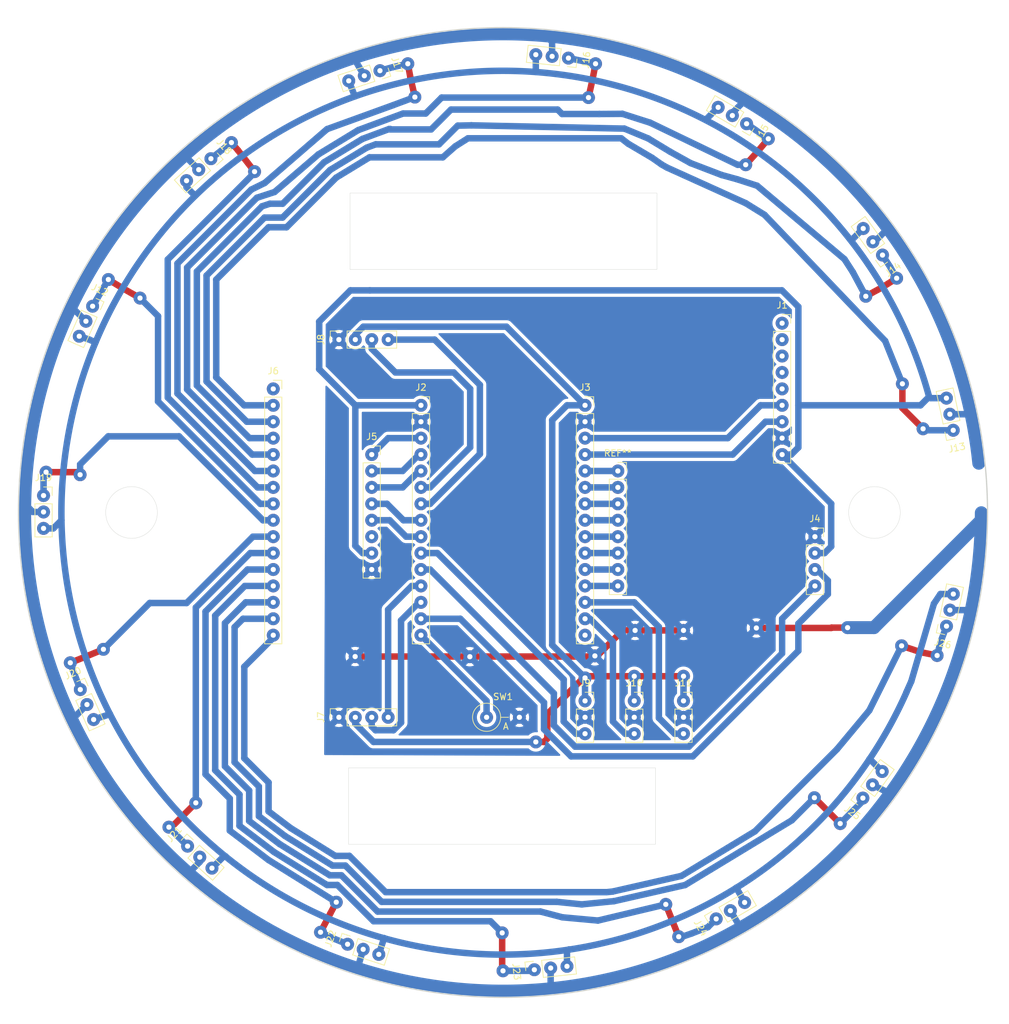
<source format=kicad_pcb>
(kicad_pcb (version 20241229) (generator "pcbnew") (generator_version "9.0")
  (layers (0 "F.Cu" signal) (2 "B.Cu" signal) (13 "F.Paste" user) (15 "B.Paste" user) (5 "F.SilkS" user "F.Silkscreen") (7 "B.SilkS" user "B.Silkscreen") (1 "F.Mask" user) (3 "B.Mask" user) (25 "Edge.Cuts" user))
  (net 0 "")
  (net 1 "+3.3V")
  (net 3 "Net-(J1-Pin_6)")
  (net 4 "Net-(J1-Pin_7)")
  (net 7 "GND")
  (net 10 "Net-(J2-Pin_12)")
  (net 11 "Net-(J2-Pin_5)")
  (net 12 "Net-(J2-Pin_14)")
  (net 13 "Net-(J2-Pin_6)")
  (net 14 "Net-(J2-Pin_7)")
  (net 15 "Net-(J2-Pin_8)")
  (net 16 "Net-(J2-Pin_4)")
  (net 17 "Net-(J2-Pin_3)")
  (net 18 "Net-(J2-Pin_13)")
  (net 19 "Net-(J2-Pin_10)")
  (net 20 "Net-(J2-Pin_15)")
  (net 21 "Net-(J2-Pin_9)")
  (net 22 "Net-(J2-Pin_11)")
  (net 23 "unconnected-(J3-Pin_11-Pad11)")
  (net 24 "+5V")
  (net 25 "Net-(J10-Pin_3)")
  (net 26 "unconnected-(J3-Pin_9-Pad9)")
  (net 27 "unconnected-(J3-Pin_5-Pad5)")
  (net 28 "unconnected-(J3-Pin_8-Pad8)")
  (net 29 "unconnected-(J3-Pin_12-Pad12)")
  (net 30 "Net-(J11-Pin_3)")
  (net 32 "unconnected-(J3-Pin_7-Pad7)")
  (net 33 "unconnected-(J3-Pin_10-Pad10)")
  (net 34 "unconnected-(J3-Pin_6-Pad6)")
  (net 36 "Net-(J19-Pin_1)")
  (net 37 "Net-(J23-Pin_1)")
  (net 38 "Net-(J22-Pin_1)")
  (net 39 "Net-(J21-Pin_1)")
  (net 40 "Net-(J24-Pin_1)")
  (net 41 "Net-(J13-Pin_1)")
  (net 42 "Net-(J25-Pin_1)")
  (net 43 "Net-(J20-Pin_1)")
  (net 44 "Net-(J16-Pin_1)")
  (net 45 "Net-(J18-Pin_1)")
  (net 46 "Net-(J12-Pin_1)")
  (net 47 "Net-(J26-Pin_1)")
  (net 48 "Net-(J17-Pin_1)")
  (net 49 "Net-(J14-Pin_1)")
  (net 50 "Net-(J15-Pin_1)")
  (net 51 "unconnected-(J6-Pin_1-Pad1)")
  (footprint "Connector_PinSocket_2.54mm:PinSocket_1x04_P2.54mm_Vertical" (layer "F.Cu") (at 162.585 71.12)
    (property "Reference" "J4")
    (property "Value" "OLED")
  )
  (footprint "Connector_PinSocket_2.54mm:PinSocket_1x03_P2.54mm_Vertical" (layer "F.Cu") (at 127 96.52)
    (property "Reference" "J9")
    (property "Value" "Left")
  )
  (footprint "" (layer "F.Cu") (at 109.1692 89.6874)
    (property "Reference" "")
    (property "Value" "")
  )
  (footprint "Connector_PinSocket_2.54mm:PinSocket_1x03_P2.54mm_Vertical" (layer "F.Cu") (at 95.25524 -0.962062 -72)
    (property "Reference" "J17")
    (property "Value" "Conn_01x03_Socket" (hide yes))
  )
  (footprint "Connector_PinSocket_2.54mm:PinSocket_1x15_P2.54mm_Vertical" (layer "F.Cu") (at 127 50.8)
    (property "Reference" "J3")
    (property "Value" "ESP_")
  )
  (footprint "" (layer "F.Cu") (at 153.5176 85.2424)
    (property "Reference" "")
    (property "Value" "")
  )
  (footprint "Connector_PinSocket_2.54mm:PinSocket_1x03_P2.54mm_Vertical" (layer "F.Cu") (at 124.429881 -2.909317 -96)
    (property "Reference" "J16")
    (property "Value" "Conn_01x03_Socket" (hide yes))
  )
  (footprint "Diode_THT:D_5W_P5.08mm_Vertical_AnodeUp" (layer "F.Cu") (at 111.76 99.06)
    (property "Reference" "SW1")
    (property "Value" "Start")
  )
  (footprint "Connector_PinSocket_2.54mm:PinSocket_1x03_P2.54mm_Vertical" (layer "F.Cu") (at 173.045044 27.560701 -144)
    (property "Reference" "J14")
    (property "Value" "Conn_01x03_Socket" (hide yes))
  )
  (footprint "Connector_PinSocket_2.54mm:PinSocket_1x03_P2.54mm_Vertical" (layer "F.Cu") (at 43.18 64.759487)
    (property "Reference" "J19")
    (property "Value" "Conn_01x03_Socket" (hide yes))
  )
  (footprint "Connector_PinSocket_2.54mm:PinSocket_1x09_P2.54mm_Vertical" (layer "F.Cu") (at 157.505 38.1)
    (property "Reference" "J1")
    (property "Value" "Compass")
  )
  (footprint "Connector_PinSocket_2.54mm:PinSocket_1x16_P2.54mm_Vertical" (layer "F.Cu") (at 78.74 48.26)
    (property "Reference" "J6")
    (property "Value" "MUX")
  )
  (footprint "Connector_PinSocket_2.54mm:PinSocket_1x03_P2.54mm_Vertical" (layer "F.Cu") (at 182.950569 84.964625 168)
    (property "Reference" "J26")
    (property "Value" "Conn_01x03_Socket" (hide yes))
  )
  (footprint "Connector_PinSocket_2.54mm:PinSocket_1x03_P2.54mm_Vertical" (layer "F.Cu") (at 119.152219 138.110271 96)
    (property "Reference" "J23")
    (property "Value" "Conn_01x03_Socket" (hide yes))
  )
  (footprint "Connector_PinSocket_2.54mm:PinSocket_1x03_P2.54mm_Vertical" (layer "F.Cu") (at 48.8696 94.7674 24)
    (property "Reference" "J20")
    (property "Value" "Conn_01x03_Socket" (hide yes))
  )
  (footprint "Connector_PinSocket_2.54mm:PinSocket_1x04_P2.54mm_Vertical" (layer "F.Cu") (at 88.9 99.06 90)
    (property "Reference" "J7")
    (property "Value" "Drive")
  )
  (footprint "" (layer "F.Cu") (at 128.524 89.5604)
    (property "Reference" "")
    (property "Value" "")
  )
  (footprint "Connector_PinSocket_2.54mm:PinSocket_1x03_P2.54mm_Vertical" (layer "F.Cu") (at 170.007025 111.554903 144)
    (property "Reference" "J25")
    (property "Value" "Conn_01x03_Socket" (hide yes))
  )
  (footprint "Connector_PinSocket_2.54mm:PinSocket_1x03_P2.54mm_Vertical" (layer "F.Cu") (at 65.475688 118.992667 48)
    (property "Reference" "J21")
    (property "Value" "Conn_01x03_Socket" (hide yes))
  )
  (footprint "Connector_PinSocket_2.54mm:PinSocket_1x03_P2.54mm_Vertical" (layer "F.Cu") (at 90.243516 134.165297 72)
    (property "Reference" "J22")
    (property "Value" "Conn_01x03_Socket" (hide yes))
  )
  (footprint "Connector_PinSocket_2.54mm:PinSocket_1x03_P2.54mm_Vertical" (layer "F.Cu") (at 142.24 96.52)
    (property "Reference" "J11")
    (property "Value" "Back")
  )
  (footprint "" (layer "F.Cu") (at 134.747 85.6234)
    (property "Reference" "")
    (property "Value" "")
  )
  (footprint "Connector_PinSocket_2.54mm:PinSocket_1x04_P2.54mm_Vertical" (layer "F.Cu") (at 88.9 40.64 90)
    (property "Reference" "J8")
    (property "Value" "CAM")
  )
  (footprint "Connector_PinSocket_2.54mm:PinSocket_1x03_P2.54mm_Vertical" (layer "F.Cu") (at 134.62 96.52)
    (property "Reference" "J10")
    (property "Value" "Right")
  )
  (footprint "Connector_PinSocket_2.54mm:PinSocket_1x15_P2.54mm_Vertical" (layer "F.Cu") (at 101.6 50.8)
    (property "Reference" "J2")
    (property "Value" "ESP")
  )
  (footprint "" (layer "F.Cu") (at 91.4146 89.662)
    (property "Reference" "")
    (property "Value" "")
  )
  (footprint "Connector_PinSocket_2.54mm:PinSocket_1x03_P2.54mm_Vertical" (layer "F.Cu") (at 147.300295 130.240849 120)
    (property "Reference" "J24")
    (property "Value" "Conn_01x03_Socket" (hide yes))
  )
  (footprint "" (layer "F.Cu") (at 142.24 85.6234)
    (property "Reference" "")
    (property "Value" "")
  )
  (footprint "Connector_PinSocket_2.54mm:PinSocket_1x03_P2.54mm_Vertical" (layer "F.Cu") (at 152.005147 7.24846 -120)
    (property "Reference" "J15")
    (property "Value" "Conn_01x03_Socket" (hide yes))
  )
  (footprint "Connector_PinSocket_2.54mm:PinSocket_1x03_P2.54mm_Vertical" (layer "F.Cu") (at 69.089999 12.653514 -48)
    (property "Reference" "J18")
    (property "Value" "Conn_01x03_Socket" (hide yes))
  )
  (footprint "Connector_PinSocket_2.54mm:PinSocket_1x08_P2.54mm_Vertical" (layer "F.Cu") (at 93.98 58.42)
    (property "Reference" "J5")
    (property "Value" "MUX_")
  )
  (footprint "Connector_PinSocket_2.54mm:PinSocket_1x03_P2.54mm_Vertical" (layer "F.Cu") (at 183.994846 54.662083 -168)
    (property "Reference" "J13")
    (property "Value" "Conn_01x03_Socket" (hide yes))
  )
  (footprint "Connector_PinSocket_2.54mm:PinSocket_1x03_P2.54mm_Vertical" (layer "F.Cu") (at 50.775658 35.475627 -24)
    (property "Reference" "J12")
    (property "Value" "Conn_01x03_Socket" (hide yes))
  )
  (footprint "Connector_PinSocket_2.54mm:PinSocket_1x08_P2.54mm_Vertical" (layer "F.Cu") (at 132.08 60.96)
    (property "Reference" "REF**")
    (property "Value" "PinSocket_1x08_P2.54mm_Vertical" (hide yes))
  )
  (gr_rect (start 90.3986 106.8832) (end 137.8966 118.7196) (stroke (width 0.05)) (fill no) (layer "Edge.Cuts"))
  (gr_circle (center 171.8 67.38) (end 175.8 67.38) (stroke (width 0.05)) (fill no) (layer "Edge.Cuts"))
  (gr_circle (center 56.8 67.38) (end 60.8 67.38) (stroke (width 0.05)) (fill no) (layer "Edge.Cuts"))
  (gr_circle (center 114.3 67.38) (end 189.3 67.38) (stroke (width 0.2)) (fill no) (layer "Edge.Cuts"))
  (gr_rect (start 90.6272 17.9578) (end 138.1252 29.7942) (stroke (width 0.05)) (fill no) (layer "Edge.Cuts"))
  (segment (start 170.059095 23.450895) (end 168.448558 25.061432) (width 1) (layer "B.Cu") (net 1))
  (segment (start 43.18 69.839487) (end 44.69719 69.839487) (width 1) (layer "B.Cu") (net 1))
  (segment (start 172.992974 107.445097) (end 171.070153 105.522276) (width 1) (layer "B.Cu") (net 1))
  (segment (start 119.37771 -3.440322) (end 119.37771 -0.787115) (width 1) (layer "B.Cu") (net 1))
  (segment (start 91.44 72.534213) (end 91.44 50.8) (width 1) (layer "B.Cu") (net 1))
  (segment (start 95.885 133.2484) (end 95.9104 133.213673) (width 1) (layer "B.Cu") (net 1))
  (segment (start 50.935822 99.408211) (end 53.467 98.5774) (width 1) (layer "B.Cu") (net 1))
  (segment (start 92.565787 73.66) (end 91.44 72.534213) (width 1) (layer "B.Cu") (net 1))
  (segment (start 180.489274 49.693093) (end 180.265606 49.469425) (width 1) (layer "B.Cu") (net 1))
  (segment (start 165.1 66.015) (end 157.505 58.42) (width 1) (layer "B.Cu") (net 1))
  (segment (start 180.265606 49.469425) (end 178.935031 50.8) (width 1) (layer "B.Cu") (net 1))
  (segment (start 164.084 73.66) (end 165.1 72.644) (width 1) (layer "B.Cu") (net 1))
  (segment (start 95.074883 135.735103) (end 95.885 133.2484) (width 1) (layer "B.Cu") (net 1))
  (segment (start 145.72295 6.591248) (end 145.72295 6.67705) (width 1) (layer "B.Cu") (net 1))
  (segment (start 168.448558 25.061432) (end 167.978568 25.061432) (width 1) (layer "B.Cu") (net 1))
  (segment (start 181 81.5) (end 177.5 93.5) (width 1) (layer "B.Cu") (net 1))
  (segment (start 184.00676 79.995635) (end 182.004365 79.995635) (width 1) (layer "B.Cu") (net 1))
  (segment (start 65.314823 17.054823) (end 66.641168 18.381168) (width 1) (layer "B.Cu") (net 1))
  (segment (start 158.919213 58.42) (end 160.02 57.319213) (width 1) (layer "B.Cu") (net 1))
  (segment (start 177.5 93.5) (end 176.745903 95.178545) (width 1) (layer "B.Cu") (net 1))
  (segment (start 151.699704 127.700849) (end 150.414445 125.414445) (width 1) (layer "B.Cu") (net 1))
  (segment (start 91.44 50.8) (end 101.6 50.8) (width 1) (layer "B.Cu") (net 1))
  (segment (start 171.070153 105.522276) (end 171.022276 105.522276) (width 1) (layer "B.Cu") (net 1))
  (segment (start 157.505 58.42) (end 158.919213 58.42) (width 1) (layer "B.Cu") (net 1))
  (segment (start 65.314823 16.052697) (end 65.314823 17.054823) (width 1) (layer "B.Cu") (net 1))
  (segment (start 147.605738 4.70846) (end 145.72295 6.591248) (width 1) (layer "B.Cu") (net 1))
  (segment (start 48.709436 40.116438) (end 50.276438 40.64) (width 1) (layer "B.Cu") (net 1))
  (segment (start 182.938655 49.693093) (end 180.489274 49.693093) (width 1) (layer "B.Cu") (net 1))
  (segment (start 44.69719 69.839487) (end 45.956677 68.58) (width 1) (layer "B.Cu") (net 1))
  (segment (start 90.423873 0.607744) (end 91.371445 3.018008) (width 1) (layer "B.Cu") (net 1))
  (segment (start 93.690158 33.02) (end 90.678 33.02) (width 1) (layer "B.Cu") (net 1))
  (segment (start 157.48 33.02) (end 93.690158 33.02) (width 1) (layer "B.Cu") (net 1))
  (segment (start 178.935031 50.8) (end 160.02 50.8) (width 1) (layer "B.Cu") (net 1))
  (segment (start 162.585 73.66) (end 164.084 73.66) (width 1) (layer "B.Cu") (net 1))
  (segment (start 119.37771 -0.787115) (end 119.38 -0.784825) (width 1) (layer "B.Cu") (net 1))
  (segment (start 71.080113 120.562601) (end 71.359799 120.562601) (width 1) (layer "B.Cu") (net 1))
  (segment (start 124.20439 137.579266) (end 124.20439 135.264143) (width 1) (layer "B.Cu") (net 1))
  (segment (start 182.004365 79.995635) (end 181 81.5) (width 1) (layer "B.Cu") (net 1))
  (segment (start 85.852 45.212) (end 91.44 50.8) (width 1) (layer "B.Cu") (net 1))
  (segment (start 69.250864 122.39185) (end 71.080113 120.562601) (width 1) (layer "B.Cu") (net 1))
  (segment (start 160.02 57.319213) (end 160.02 50.8) (width 1) (layer "B.Cu") (net 1))
  (segment (start 93.98 73.66) (end 92.565787 73.66) (width 1) (layer "B.Cu") (net 1))
  (segment (start 160.02 35.56) (end 157.48 33.02) (width 1) (layer "B.Cu") (net 1))
  (segment (start 90.678 33.02) (end 85.852 37.846) (width 1) (layer "B.Cu") (net 1))
  (segment (start 160.02 50.8) (end 160.02 35.56) (width 1) (layer "B.Cu") (net 1))
  (segment (start 165.1 72.644) (end 165.1 66.015) (width 1) (layer "B.Cu") (net 1))
  (segment (start 85.852 37.846) (end 85.852 45.212) (width 1) (layer "B.Cu") (net 1))
  (segment (start 124.20439 135.264143) (end 124.5 134.968533) (width 1) (layer "B.Cu") (net 1))
  (segment (start 50.276438 40.64) (end 51.217646 41.057646) (width 1) (layer "B.Cu") (net 1))
  (arc (start 176.745897 95.21012) (mid 46.147886 62.163712) (end 180.2656 49.501) (width 1) (layer "B.Cu") (net 1))
  (segment (start 154.178 50.8) (end 149.098 55.88) (width 1) (layer "B.Cu") (net 3))
  (segment (start 157.505 50.8) (end 154.178 50.8) (width 1) (layer "B.Cu") (net 3))
  (segment (start 149.098 55.88) (end 127 55.88) (width 1) (layer "B.Cu") (net 3))
  (segment (start 157.505 53.34) (end 154.94 53.34) (width 1) (layer "B.Cu") (net 4))
  (segment (start 149.86 58.42) (end 127 58.42) (width 1) (layer "B.Cu") (net 4))
  (segment (start 154.94 53.34) (end 149.86 58.42) (width 1) (layer "B.Cu") (net 4))
  (segment (start 128.778 89.662) (end 109.474 89.662) (width 1) (layer "F.Cu") (net 7))
  (segment (start 153.59626 85.2424) (end 153.571333 85.267327) (width 1) (layer "F.Cu") (net 7))
  (segment (start 134.62 85.598) (end 132.842 85.598) (width 1) (layer "F.Cu") (net 7))
  (segment (start 132.842 85.598) (end 128.778 89.662) (width 1) (layer "F.Cu") (net 7))
  (segment (start 165.149954 85.191152) (end 165.098706 85.2424) (width 1) (layer "F.Cu") (net 7))
  (segment (start 91.44 89.662) (end 109.474 89.662) (width 1) (layer "F.Cu") (net 7))
  (segment (start 167.64 85.191152) (end 165.149954 85.191152) (width 1) (layer "F.Cu") (net 7))
  (segment (start 134.747 85.6234) (end 142.24 85.6234) (width 1) (layer "F.Cu") (net 7))
  (segment (start 165.098706 85.2424) (end 153.59626 85.2424) (width 1) (layer "F.Cu") (net 7))
  (via (at 167.64 85.191152) (size 2) (drill 0.8) (layers "F.Cu" "B.Cu") (net 7))
  (segment (start 185.990382 52.177588) (end 186.588454 51.579516) (width 1) (layer "B.Cu") (net 7))
  (segment (start 67.363276 120.692259) (end 67.363276 121.434924) (width 1) (layer "B.Cu") (net 7))
  (segment (start 171.552069 25.505798) (end 171.818427 25.505798) (width 1) (layer "B.Cu") (net 7))
  (segment (start 149.805442 5.565088) (end 151.783717 3.586813) (width 1) (layer "B.Cu") (net 7))
  (segment (start 183.46675 52.177588) (end 185.990382 52.177588) (width 1) (layer "B.Cu") (net 7))
  (segment (start 171.719056 85.191152) (end 188.330208 68.58) (width 2) (layer "B.Cu") (net 7))
  (segment (start 67.363276 121.434924) (end 66.3702 122.428) (width 1) (layer "B.Cu") (net 7))
  (segment (start 121.904809 -3.174819) (end 121.955323 -3.225333) (width 1) (layer "B.Cu") (net 7))
  (segment (start 171.5 109.5) (end 173.5 110.5) (width 1) (layer "B.Cu") (net 7))
  (segment (start 49.902711 97.112489) (end 47.5996 99.4156) (width 1) (layer "B.Cu") (net 7))
  (segment (start 121.903795 -3.174819) (end 121.903795 -5.411071) (width 1) (layer "B.Cu") (net 7))
  (segment (start 167.64 85.191152) (end 171.719056 85.191152) (width 2) (layer "B.Cu") (net 7))
  (segment (start 183.478665 82.48013) (end 185.98013 82.48013) (width 1) (layer "B.Cu") (net 7))
  (segment (start 121.678305 137.844769) (end 121.678305 140.821695) (width 1) (layer "B.Cu") (net 7))
  (segment (start 92.839556 -0.177159) (end 92.027791 -1.531473) (width 1) (layer "B.Cu") (net 7))
  (segment (start 92.027791 -1.531473) (end 91.44 -2.54) (width 1) (layer "B.Cu") (net 7))
  (segment (start 149.5 128.970849) (end 151 131.5) (width 1) (layer "B.Cu") (net 7))
  (segment (start 121.955323 -3.225333) (end 121.955323 -3.547089) (width 1) (layer "B.Cu") (net 7))
  (segment (start 92.6592 134.9502) (end 92.075 136.9314) (width 1) (layer "B.Cu") (net 7))
  (segment (start 149.805442 5.97846) (end 149.805442 5.565088) (width 1) (layer "B.Cu") (net 7))
  (segment (start 173.5 110.5) (end 174 111) (width 1) (layer "B.Cu") (net 7))
  (segment (start 121.903795 -3.174819) (end 121.904809 -3.174819) (width 1) (layer "B.Cu") (net 7))
  (segment (start 121.678305 140.821695) (end 121.5 141) (width 1) (layer "B.Cu") (net 7))
  (segment (start 185.98013 82.48013) (end 186.5 83) (width 1) (layer "B.Cu") (net 7))
  (segment (start 47.710673 35.764158) (end 47.710673 35.010673) (width 1) (layer "B.Cu") (net 7))
  (segment (start 49.742547 37.796032) (end 47.710673 35.764158) (width 1) (layer "B.Cu") (net 7))
  (segment (start 65.460347 12.611042) (end 65.460347 12.168144) (width 1) (layer "B.Cu") (net 7))
  (segment (start 171.818427 25.505798) (end 173.461949 23.862276) (width 1) (layer "B.Cu") (net 7))
  (segment (start 49.902711 97.087805) (end 49.902711 97.112489) (width 1) (layer "B.Cu") (net 7))
  (segment (start 43.18 67.299487) (end 41.53168 67.299487) (width 1) (layer "B.Cu") (net 7))
  (segment (start 121.903795 -5.411071) (end 121.129162 -6.185704) (width 1) (layer "B.Cu") (net 7))
  (segment (start 67.202411 14.353106) (end 65.460347 12.611042) (width 1) (layer "B.Cu") (net 7))
  (segment (start 41.53168 67.299487) (end 40.272193 66.04) (width 1) (layer "B.Cu") (net 7))
  (arc (start 188.339925 67.418351) (mid 40.3574 71.175238) (end 187.946916 59.761354) (width 2) (layer "B.Cu") (net 7))
  (segment (start 96.52 82.405787) (end 100.185787 78.74) (width 1) (layer "B.Cu") (net 10))
  (segment (start 100.185787 78.74) (end 101.6 78.74) (width 1) (layer "B.Cu") (net 10))
  (segment (start 96.52 99.06) (end 96.52 82.405787) (width 1) (layer "B.Cu") (net 10))
  (segment (start 98.770158 63.5) (end 101.310158 60.96) (width 1) (layer "B.Cu") (net 11))
  (segment (start 101.310158 60.96) (end 101.6 60.96) (width 1) (layer "B.Cu") (net 11))
  (segment (start 93.98 63.5) (end 98.770158 63.5) (width 1) (layer "B.Cu") (net 11))
  (segment (start 143.690576 105.102) (end 124.842318 105.102) (width 1) (layer "B.Cu") (net 12))
  (segment (start 164.586 80.016) (end 160.02 84.582) (width 1) (layer "B.Cu") (net 12))
  (segment (start 162.585 76.2) (end 162.874842 76.2) (width 1) (layer "B.Cu") (net 12))
  (segment (start 107.696 83.82) (end 101.6 83.82) (width 1) (layer "B.Cu") (net 12))
  (segment (start 120.65 96.774) (end 107.696 83.82) (width 1) (layer "B.Cu") (net 12))
  (segment (start 162.874842 76.2) (end 164.586 77.911158) (width 1) (layer "B.Cu") (net 12))
  (segment (start 120.65 100.909682) (end 120.65 96.774) (width 1) (layer "B.Cu") (net 12))
  (segment (start 164.586 77.911158) (end 164.586 80.016) (width 1) (layer "B.Cu") (net 12))
  (segment (start 160.02 88.772576) (end 143.690576 105.102) (width 1) (layer "B.Cu") (net 12))
  (segment (start 124.842318 105.102) (end 120.65 100.909682) (width 1) (layer "B.Cu") (net 12))
  (segment (start 160.02 84.582) (end 160.02 88.772576) (width 1) (layer "B.Cu") (net 12))
  (segment (start 97.645787 45.72) (end 106.68 45.72) (width 1) (layer "B.Cu") (net 13))
  (segment (start 103.014213 63.5) (end 101.6 63.5) (width 1) (layer "B.Cu") (net 13))
  (segment (start 93.98 42.054213) (end 97.645787 45.72) (width 1) (layer "B.Cu") (net 13))
  (segment (start 109.22 48.26) (end 109.22 57.294213) (width 1) (layer "B.Cu") (net 13))
  (segment (start 106.68 45.72) (end 109.22 48.26) (width 1) (layer "B.Cu") (net 13))
  (segment (start 93.98 40.64) (end 93.98 42.054213) (width 1) (layer "B.Cu") (net 13))
  (segment (start 109.22 57.294213) (end 103.014213 63.5) (width 1) (layer "B.Cu") (net 13))
  (segment (start 110.721 47.638266) (end 110.721 58.333213) (width 1) (layer "B.Cu") (net 14))
  (segment (start 103.722734 40.64) (end 110.721 47.638266) (width 1) (layer "B.Cu") (net 14))
  (segment (start 110.721 58.333213) (end 103.014213 66.04) (width 1) (layer "B.Cu") (net 14))
  (segment (start 96.52 40.64) (end 103.722734 40.64) (width 1) (layer "B.Cu") (net 14))
  (segment (start 103.014213 66.04) (end 101.6 66.04) (width 1) (layer "B.Cu") (net 14))
  (segment (start 98.887842 68.58) (end 101.6 68.58) (width 1) (layer "B.Cu") (net 15))
  (segment (start 93.98 66.04) (end 96.347842 66.04) (width 1) (layer "B.Cu") (net 15))
  (segment (start 96.347842 66.04) (end 98.887842 68.58) (width 1) (layer "B.Cu") (net 15))
  (segment (start 101.310158 58.42) (end 101.6 58.42) (width 1) (layer "B.Cu") (net 16))
  (segment (start 98.770158 60.96) (end 101.310158 58.42) (width 1) (layer "B.Cu") (net 16))
  (segment (start 93.98 60.96) (end 98.770158 60.96) (width 1) (layer "B.Cu") (net 16))
  (segment (start 93.98 58.42) (end 96.52 55.88) (width 1) (layer "B.Cu") (net 17))
  (segment (start 96.52 55.88) (end 101.6 55.88) (width 1) (layer "B.Cu") (net 17))
  (segment (start 97.348842 101.061) (end 94.566787 101.061) (width 1) (layer "B.Cu") (net 18))
  (segment (start 101.310158 81.28) (end 98.521 84.069158) (width 1) (layer "B.Cu") (net 18))
  (segment (start 101.6 81.28) (end 101.310158 81.28) (width 1) (layer "B.Cu") (net 18))
  (segment (start 94.566787 101.061) (end 93.98 100.474213) (width 1) (layer "B.Cu") (net 18))
  (segment (start 98.521 99.888842) (end 97.348842 101.061) (width 1) (layer "B.Cu") (net 18))
  (segment (start 93.98 100.474213) (end 93.98 99.06) (width 1) (layer "B.Cu") (net 18))
  (segment (start 98.521 84.069158) (end 98.521 99.888842) (width 1) (layer "B.Cu") (net 18))
  (segment (start 104.14 73.66) (end 123.698 93.218) (width 1) (layer "B.Cu") (net 19))
  (segment (start 123.698 99.712213) (end 125.585787 101.6) (width 1) (layer "B.Cu") (net 19))
  (segment (start 123.698 93.218) (end 123.698 99.712213) (width 1) (layer "B.Cu") (net 19))
  (segment (start 101.6 73.66) (end 104.14 73.66) (width 1) (layer "B.Cu") (net 19))
  (segment (start 125.585787 101.6) (end 127 101.6) (width 1) (layer "B.Cu") (net 19))
  (segment (start 111.76 96.52) (end 111.76 99.06) (width 1) (layer "B.Cu") (net 20))
  (segment (start 101.6 86.36) (end 111.76 96.52) (width 1) (layer "B.Cu") (net 20))
  (segment (start 93.98 68.58) (end 96.765108 68.58) (width 1) (layer "B.Cu") (net 21))
  (segment (start 96.765108 68.58) (end 99.305108 71.12) (width 1) (layer "B.Cu") (net 21))
  (segment (start 99.305108 71.12) (end 101.6 71.12) (width 1) (layer "B.Cu") (net 21))
  (segment (start 157.505 83.82) (end 162.585 78.74) (width 1) (layer "B.Cu") (net 22))
  (segment (start 143.068842 103.601) (end 157.505 89.164842) (width 1) (layer "B.Cu") (net 22))
  (segment (start 122.174 95.359787) (end 122.174 100.310948) (width 1) (layer "B.Cu") (net 22))
  (segment (start 103.014213 76.2) (end 122.174 95.359787) (width 1) (layer "B.Cu") (net 22))
  (segment (start 125.464052 103.601) (end 143.068842 103.601) (width 1) (layer "B.Cu") (net 22))
  (segment (start 157.505 89.164842) (end 157.505 83.82) (width 1) (layer "B.Cu") (net 22))
  (segment (start 101.6 76.2) (end 103.014213 76.2) (width 1) (layer "B.Cu") (net 22))
  (segment (start 122.174 100.310948) (end 125.464052 103.601) (width 1) (layer "B.Cu") (net 22))
  (segment (start 127 76.2) (end 132.08 76.2) (width 1) (layer "B.Cu") (net 23))
  (segment (start 119.38 102.87) (end 120.65 102.87) (width 1) (layer "F.Cu") (net 24))
  (segment (start 127.254 92.71) (end 142.24 92.71) (width 1) (layer "F.Cu") (net 24))
  (segment (start 120.65 102.87) (end 121.158 102.362) (width 1) (layer "F.Cu") (net 24))
  (segment (start 121.158 102.362) (end 121.158 98.552) (width 1) (layer "F.Cu") (net 24))
  (segment (start 121.158 98.552) (end 127 92.71) (width 1) (layer "F.Cu") (net 24))
  (segment (start 127 92.964) (end 127.254 92.71) (width 1) (layer "F.Cu") (net 24))
  (via (at 127 92.964) (size 2) (drill 0.8) (layers "F.Cu" "B.Cu") (net 24))
  (via (at 134.62 92.71) (size 2) (drill 0.8) (layers "F.Cu" "B.Cu") (net 24))
  (via (at 119.38 102.87) (size 2) (drill 0.8) (layers "F.Cu" "B.Cu") (net 24))
  (via (at 142.24 92.71) (size 2) (drill 0.8) (layers "F.Cu" "B.Cu") (net 24))
  (segment (start 91.44 100.056947) (end 91.44 99.06) (width 1) (layer "B.Cu") (net 24))
  (segment (start 91.44 39.885108) (end 91.44 40.64) (width 1) (layer "B.Cu") (net 24))
  (segment (start 121.92 87.884) (end 127 92.964) (width 1) (layer "B.Cu") (net 24))
  (segment (start 127 50.8) (end 114.839 38.639) (width 1) (layer "B.Cu") (net 24))
  (segment (start 119.38 102.87) (end 94.253053 102.87) (width 1) (layer "B.Cu") (net 24))
  (segment (start 121.92 53.086) (end 121.92 87.884) (width 1) (layer "B.Cu") (net 24))
  (segment (start 114.839 38.639) (end 92.686108 38.639) (width 1) (layer "B.Cu") (net 24))
  (segment (start 127 50.8) (end 124.206 50.8) (width 1) (layer "B.Cu") (net 24))
  (segment (start 127 92.964) (end 127 96.52) (width 1) (layer "B.Cu") (net 24))
  (segment (start 124.206 50.8) (end 121.92 53.086) (width 1) (layer "B.Cu") (net 24))
  (segment (start 142.24 96.52) (end 142.24 92.71) (width 1) (layer "B.Cu") (net 24))
  (segment (start 134.62 96.52) (end 134.62 92.71) (width 1) (layer "B.Cu") (net 24))
  (segment (start 94.253053 102.87) (end 91.44 100.056947) (width 1) (layer "B.Cu") (net 24))
  (segment (start 92.686108 38.639) (end 91.44 39.885108) (width 1) (layer "B.Cu") (net 24))
  (segment (start 127.762 83.82) (end 127 83.82) (width 1) (layer "B.Cu") (net 25))
  (segment (start 131.318 99.712213) (end 131.318 87.376) (width 1) (layer "B.Cu") (net 25))
  (segment (start 134.62 101.6) (end 133.205787 101.6) (width 1) (layer "B.Cu") (net 25))
  (segment (start 131.318 87.376) (end 127.762 83.82) (width 1) (layer "B.Cu") (net 25))
  (segment (start 133.205787 101.6) (end 131.318 99.712213) (width 1) (layer "B.Cu") (net 25))
  (segment (start 127 71.12) (end 132.08 71.12) (width 1) (layer "B.Cu") (net 26))
  (segment (start 127 60.96) (end 132.08 60.96) (width 1) (layer "B.Cu") (net 27))
  (segment (start 127 68.58) (end 132.08 68.58) (width 1) (layer "B.Cu") (net 28))
  (segment (start 127 78.74) (end 132.08 78.74) (width 1) (layer "B.Cu") (net 29))
  (segment (start 140.872158 101.6) (end 138.43 99.157842) (width 1) (layer "B.Cu") (net 30))
  (segment (start 138.43 85.09) (end 134.62 81.28) (width 1) (layer "B.Cu") (net 30))
  (segment (start 138.43 99.157842) (end 138.43 85.09) (width 1) (layer "B.Cu") (net 30))
  (segment (start 142.24 101.6) (end 140.872158 101.6) (width 1) (layer "B.Cu") (net 30))
  (segment (start 134.62 81.28) (end 127 81.28) (width 1) (layer "B.Cu") (net 30))
  (segment (start 127 66.04) (end 132.08 66.04) (width 1) (layer "B.Cu") (net 32))
  (segment (start 127 73.66) (end 132.08 73.66) (width 1) (layer "B.Cu") (net 33))
  (segment (start 127 63.5) (end 132.08 63.5) (width 1) (layer "B.Cu") (net 34))
  (segment (start 43.573542 61.141907) (end 48.441021 61.141907) (width 1) (layer "F.Cu") (net 36))
  (segment (start 48.441021 61.141907) (end 48.838991 61.539877) (width 1) (layer "F.Cu") (net 36))
  (via (at 48.838991 61.539877) (size 2) (drill 0.8) (layers "F.Cu" "B.Cu") (net 36))
  (via (at 43.573542 61.141907) (size 2) (drill 0.8) (layers "F.Cu" "B.Cu") (net 36))
  (segment (start 48.838991 61.539877) (end 48.838991 59.949209) (width 1) (layer "B.Cu") (net 36))
  (segment (start 43.18 61.535449) (end 43.573542 61.141907) (width 1) (layer "B.Cu") (net 36))
  (segment (start 64.1604 55.6006) (end 77.1398 68.58) (width 1) (layer "B.Cu") (net 36))
  (segment (start 43.18 64.759487) (end 43.18 61.535449) (width 1) (layer "B.Cu") (net 36))
  (segment (start 77.1398 68.58) (end 78.74 68.58) (width 1) (layer "B.Cu") (net 36))
  (segment (start 53.1876 55.6006) (end 64.1604 55.6006) (width 1) (layer "B.Cu") (net 36))
  (segment (start 48.838991 59.949209) (end 53.1876 55.6006) (width 1) (layer "B.Cu") (net 36))
  (segment (start 114.173 138.1506) (end 114.3 138.2776) (width 1) (layer "F.Cu") (net 37))
  (segment (start 114.173 132.4102) (end 114.173 138.1506) (width 1) (layer "F.Cu") (net 37))
  (via (at 114.3 138.2776) (size 2) (drill 0.8) (layers "F.Cu" "B.Cu") (net 37))
  (via (at 114.173 132.4102) (size 2) (drill 0.8) (layers "F.Cu" "B.Cu") (net 37))
  (segment (start 118.98489 138.2776) (end 119.152219 138.110271) (width 1) (layer "B.Cu") (net 37))
  (segment (start 88.663042 125) (end 94.272267 130.609225) (width 1) (layer "B.Cu") (net 37))
  (segment (start 94.272267 130.609225) (end 112.372025 130.609225) (width 1) (layer "B.Cu") (net 37))
  (segment (start 69.7532 107.252066) (end 73.51 111.008866) (width 1) (layer "B.Cu") (net 37))
  (segment (start 87.059328 125) (end 88.663042 125) (width 1) (layer "B.Cu") (net 37))
  (segment (start 73.51 115.840561) (end 78.855267 119.894809) (width 1) (layer "B.Cu") (net 37))
  (segment (start 78.74 78.74) (end 74.338602 78.74) (width 1) (layer "B.Cu") (net 37))
  (segment (start 73.51 111.008866) (end 73.51 115.840561) (width 1) (layer "B.Cu") (net 37))
  (segment (start 69.7532 83.325402) (end 69.7532 107.252066) (width 1) (layer "B.Cu") (net 37))
  (segment (start 78.855267 119.894809) (end 87.059328 125) (width 1) (layer "B.Cu") (net 37))
  (segment (start 112.372025 130.609225) (end 114.173 132.4102) (width 1) (layer "B.Cu") (net 37))
  (segment (start 114.3 138.2776) (end 118.98489 138.2776) (width 1) (layer "B.Cu") (net 37))
  (segment (start 74.338602 78.74) (end 69.7532 83.325402) (width 1) (layer "B.Cu") (net 37))
  (segment (start 87.5792 129.3876) (end 88.4936 127.6604) (width 1) (layer "F.Cu") (net 38))
  (segment (start 86.0552 132.3086) (end 87.5792 129.3876) (width 1) (layer "F.Cu") (net 38))
  (via (at 86.0552 132.3086) (size 2) (drill 0.8) (layers "F.Cu" "B.Cu") (net 38))
  (via (at 88.4936 127.6604) (size 2) (drill 0.8) (layers "F.Cu" "B.Cu") (net 38))
  (segment (start 68.2522 107.8738) (end 72.009 111.6306) (width 1) (layer "B.Cu") (net 38))
  (segment (start 78.74 76.2) (end 74.755868 76.2) (width 1) (layer "B.Cu") (net 38))
  (segment (start 72.009 116.586) (end 78.0034 121.1326) (width 1) (layer "B.Cu") (net 38))
  (segment (start 88.1888 133.3246) (end 90.243516 134.165297) (width 1) (layer "B.Cu") (net 38))
  (segment (start 68.2522 82.703668) (end 68.2522 107.8738) (width 1) (layer "B.Cu") (net 38))
  (segment (start 74.755868 76.2) (end 68.2522 82.703668) (width 1) (layer "B.Cu") (net 38))
  (segment (start 78.0034 121.1326) (end 88.4936 127.6604) (width 1) (layer "B.Cu") (net 38))
  (segment (start 72.009 111.6306) (end 72.009 116.586) (width 1) (layer "B.Cu") (net 38))
  (segment (start 86.0552 132.3086) (end 88.1888 133.3246) (width 1) (layer "B.Cu") (net 38))
  (segment (start 62.992 116.0526) (end 66.7512 112.2934) (width 1) (layer "F.Cu") (net 39))
  (segment (start 62.5856 116.0526) (end 62.992 116.0526) (width 1) (layer "F.Cu") (net 39))
  (via (at 66.7512 112.2934) (size 2) (drill 0.8) (layers "F.Cu" "B.Cu") (net 39))
  (via (at 62.5856 116.0526) (size 2) (drill 0.8) (layers "F.Cu" "B.Cu") (net 39))
  (segment (start 62.5856 116.0526) (end 62.5856 116.102579) (width 1) (layer "B.Cu") (net 39))
  (segment (start 66.7512 82.081934) (end 75.173134 73.66) (width 1) (layer "B.Cu") (net 39))
  (segment (start 62.5856 116.102579) (end 65.475688 118.992667) (width 1) (layer "B.Cu") (net 39))
  (segment (start 75.173134 73.66) (end 78.74 73.66) (width 1) (layer "B.Cu") (net 39))
  (segment (start 66.7512 112.2934) (end 66.7512 82.081934) (width 1) (layer "B.Cu") (net 39))
  (segment (start 139.5 128) (end 141.5 133) (width 1) (layer "F.Cu") (net 40))
  (via (at 141.5 133) (size 2) (drill 0.8) (layers "F.Cu" "B.Cu") (net 40))
  (via (at 139.5 128) (size 2) (drill 0.8) (layers "F.Cu" "B.Cu") (net 40))
  (segment (start 78.74 81.28) (end 74.4742 81.28) (width 1) (layer "B.Cu") (net 40))
  (segment (start 123.5 130) (end 129 130.5) (width 1) (layer "B.Cu") (net 40))
  (segment (start 79.707136 118.65702) (end 87.488217 123.499) (width 1) (layer "B.Cu") (net 40))
  (segment (start 75.011 110.387132) (end 75.011 115.095122) (width 1) (layer "B.Cu") (net 40))
  (segment (start 75.011 115.095122) (end 79.707136 118.65702) (width 1) (layer "B.Cu") (net 40))
  (segment (start 74.4742 81.28) (end 71.2542 84.5) (width 1) (layer "B.Cu") (net 40))
  (segment (start 141.5 133) (end 142.041748 133) (width 1) (layer "B.Cu") (net 40))
  (segment (start 129 130.5) (end 139.5 128) (width 1) (layer "B.Cu") (net 40))
  (segment (start 142.041748 133) (end 143.5 132.5) (width 1) (layer "B.Cu") (net 40))
  (segment (start 146.020271 131.520873) (end 147.300295 130.240849) (width 1) (layer "B.Cu") (net 40))
  (segment (start 87.488217 123.499) (end 89.284777 123.499) (width 1) (layer "B.Cu") (net 40))
  (segment (start 71.2542 84.5) (end 71.2542 106.630332) (width 1) (layer "B.Cu") (net 40))
  (segment (start 120.108225 129.108225) (end 123.5 130) (width 1) (layer "B.Cu") (net 40))
  (segment (start 71.2542 106.630332) (end 75.011 110.387132) (width 1) (layer "B.Cu") (net 40))
  (segment (start 94.894001 129.108225) (end 120.108225 129.108225) (width 1) (layer "B.Cu") (net 40))
  (segment (start 143.5 132.5) (end 146.020271 131.520873) (width 1) (layer "B.Cu") (net 40))
  (segment (start 89.284777 123.499) (end 94.894001 129.108225) (width 1) (layer "B.Cu") (net 40))
  (segment (start 176.1236 51.2318) (end 179.324 54.4322) (width 1) (layer "F.Cu") (net 41))
  (segment (start 176.1236 47.4726) (end 176.1236 51.2318) (width 1) (layer "F.Cu") (net 41))
  (via (at 176.1236 47.4726) (size 2) (drill 0.8) (layers "F.Cu" "B.Cu") (net 41))
  (via (at 179.324 54.4322) (size 2) (drill 0.8) (layers "F.Cu" "B.Cu") (net 41))
  (segment (start 104.988316 12.440205) (end 93.640626 12.440205) (width 1) (layer "B.Cu") (net 41))
  (segment (start 154.7876 21.336) (end 151.8666 19.5326) (width 1) (layer "B.Cu") (net 41))
  (segment (start 80.802879 23.259768) (end 78.006502 23.259768) (width 1) (layer "B.Cu") (net 41))
  (segment (start 139.6746 14.0208) (end 138.8364 13.5382) (width 1) (layer "B.Cu") (net 41))
  (segment (start 173.4566 40.8432) (end 154.7876 21.336) (width 1) (layer "B.Cu") (net 41))
  (segment (start 74.229804 50.8) (end 78.74 50.8) (width 1) (layer "B.Cu") (net 41))
  (segment (start 93.640626 12.440205) (end 88.478323 15.584324) (width 1) (layer "B.Cu") (net 41))
  (segment (start 183.994846 54.662083) (end 179.553883 54.662083) (width 1) (layer "B.Cu") (net 41))
  (segment (start 88.478323 15.584324) (end 80.802879 23.259768) (width 1) (layer "B.Cu") (net 41))
  (segment (start 133.6802 10.3378) (end 132.59198 9.49562) (width 1) (layer "B.Cu") (net 41))
  (segment (start 108.887679 9.49562) (end 106.9086 10.7442) (width 1) (layer "B.Cu") (net 41))
  (segment (start 176.1236 47.4726) (end 173.4566 40.8432) (width 1) (layer "B.Cu") (net 41))
  (segment (start 137.3886 12.5222) (end 133.6802 10.3378) (width 1) (layer "B.Cu") (net 41))
  (segment (start 179.553883 54.662083) (end 179.324 54.4322) (width 1) (layer "B.Cu") (net 41))
  (segment (start 138.8364 13.5382) (end 137.3886 12.5222) (width 1) (layer "B.Cu") (net 41))
  (segment (start 132.59198 9.49562) (end 108.887679 9.49562) (width 1) (layer "B.Cu") (net 41))
  (segment (start 151.8666 19.5326) (end 139.6746 14.0208) (width 1) (layer "B.Cu") (net 41))
  (segment (start 69.9128 31.35347) (end 69.9128 46.482996) (width 1) (layer "B.Cu") (net 41))
  (segment (start 78.006502 23.259768) (end 69.9128 31.35347) (width 1) (layer "B.Cu") (net 41))
  (segment (start 69.9128 46.482996) (end 74.229804 50.8) (width 1) (layer "B.Cu") (net 41))
  (segment (start 106.9086 10.7442) (end 104.988316 12.440205) (width 1) (layer "B.Cu") (net 41))
  (segment (start 166.5 115.5) (end 162.5 111.5) (width 1) (layer "F.Cu") (net 42))
  (via (at 166.5 115.5) (size 2) (drill 0.8) (layers "F.Cu" "B.Cu") (net 42))
  (via (at 162.5 111.5) (size 2) (drill 0.8) (layers "F.Cu" "B.Cu") (net 42))
  (segment (start 126.5 128) (end 131.5 127.5) (width 1) (layer "B.Cu") (net 42))
  (segment (start 159 115) (end 162.5 111.5) (width 1) (layer "B.Cu") (net 42))
  (segment (start 87.917106 121.998) (end 89.906511 121.998) (width 1) (layer "B.Cu") (net 42))
  (segment (start 78.74 83.82) (end 74.056934 83.82) (width 1) (layer "B.Cu") (net 42))
  (segment (start 74.056934 83.82) (end 72.7552 85.121734) (width 1) (layer "B.Cu") (net 42))
  (segment (start 76.512 109.765398) (end 76.512 114.349683) (width 1) (layer "B.Cu") (net 42))
  (segment (start 170.007025 111.554903) (end 170.007025 111.992975) (width 1) (layer "B.Cu") (net 42))
  (segment (start 72.7552 85.121734) (end 72.7552 106.008598) (width 1) (layer "B.Cu") (net 42))
  (segment (start 89.906511 121.998) (end 95.515735 127.607225) (width 1) (layer "B.Cu") (net 42))
  (segment (start 142.5 125) (end 159 115) (width 1) (layer "B.Cu") (net 42))
  (segment (start 72.7552 106.008598) (end 76.512 109.765398) (width 1) (layer "B.Cu") (net 42))
  (segment (start 122.640539 127.607225) (end 126.5 128) (width 1) (layer "B.Cu") (net 42))
  (segment (start 131.5 127.5) (end 142.5 125) (width 1) (layer "B.Cu") (net 42))
  (segment (start 95.515735 127.607225) (end 122.640539 127.607225) (width 1) (layer "B.Cu") (net 42))
  (segment (start 76.512 114.349683) (end 80.559001 117.419228) (width 1) (layer "B.Cu") (net 42))
  (segment (start 80.559001 117.419228) (end 87.917106 121.998) (width 1) (layer "B.Cu") (net 42))
  (segment (start 170.007025 111.992975) (end 166.5 115.5) (width 1) (layer "B.Cu") (net 42))
  (segment (start 52.451 88.5444) (end 49.7332 89.662) (width 1) (layer "F.Cu") (net 43))
  (segment (start 49.7332 89.662) (end 47.3202 90.6272) (width 1) (layer "F.Cu") (net 43))
  (via (at 47.3202 90.6272) (size 2) (drill 0.8) (layers "F.Cu" "B.Cu") (net 43))
  (via (at 52.451 88.5444) (size 2) (drill 0.8) (layers "F.Cu" "B.Cu") (net 43))
  (segment (start 47.9298 92.2782) (end 47.3202 90.6272) (width 1) (layer "B.Cu") (net 43))
  (segment (start 75.5904 71.12) (end 78.74 71.12) (width 1) (layer "B.Cu") (net 43))
  (segment (start 65.3288 81.3816) (end 75.5904 71.12) (width 1) (layer "B.Cu") (net 43))
  (segment (start 48.8696 94.7674) (end 47.9298 92.2782) (width 1) (layer "B.Cu") (net 43))
  (segment (start 52.451 88.5444) (end 59.6138 81.3816) (width 1) (layer "B.Cu") (net 43))
  (segment (start 59.6138 81.3816) (end 65.3288 81.3816) (width 1) (layer "B.Cu") (net 43))
  (segment (start 128.6256 -2.032) (end 128.1938 0.2286) (width 1) (layer "F.Cu") (net 44))
  (segment (start 128.1938 0.2286) (end 127.5334 3.2004) (width 1) (layer "F.Cu") (net 44))
  (via (at 128.6256 -2.032) (size 2) (drill 0.8) (layers "F.Cu" "B.Cu") (net 44))
  (via (at 127.5334 3.2004) (size 2) (drill 0.8) (layers "F.Cu" "B.Cu") (net 44))
  (segment (start 76.201834 18.696234) (end 65.4098 29.488268) (width 1) (layer "B.Cu") (net 44))
  (segment (start 65.4098 48.348198) (end 75.481602 58.42) (width 1) (layer "B.Cu") (net 44))
  (segment (start 91.8972 8.2296) (end 85.725 11.9888) (width 1) (layer "B.Cu") (net 44))
  (segment (start 78.9432 17.8054) (end 76.201834 18.696234) (width 1) (layer "B.Cu") (net 44))
  (segment (start 127.5334 3.2004) (end 104.8004 3.2004) (width 1) (layer "B.Cu") (net 44))
  (segment (start 65.4098 29.488268) (end 65.4098 48.348198) (width 1) (layer "B.Cu") (net 44))
  (segment (start 102.3366 5.6642) (end 98.8314 5.6642) (width 1) (layer "B.Cu") (net 44))
  (segment (start 124.429881 -2.909317) (end 126.8222 -2.413) (width 1) (layer "B.Cu") (net 44))
  (segment (start 98.8314 5.6642) (end 91.8972 8.2296) (width 1) (layer "B.Cu") (net 44))
  (segment (start 75.481602 58.42) (end 78.74 58.42) (width 1) (layer "B.Cu") (net 44))
  (segment (start 126.8222 -2.413) (end 128.6256 -2.032) (width 1) (layer "B.Cu") (net 44))
  (segment (start 104.8004 3.2004) (end 102.3366 5.6642) (width 1) (layer "B.Cu") (net 44))
  (segment (start 85.725 11.9888) (end 78.9432 17.8054) (width 1) (layer "B.Cu") (net 44))
  (segment (start 73.279 11.3538) (end 75.8444 14.6558) (width 1) (layer "F.Cu") (net 45))
  (segment (start 72.263 10.16) (end 73.279 11.3538) (width 1) (layer "F.Cu") (net 45))
  (via (at 75.8444 14.6558) (size 2) (drill 0.8) (layers "F.Cu" "B.Cu") (net 45))
  (via (at 72.263 10.16) (size 2) (drill 0.8) (layers "F.Cu" "B.Cu") (net 45))
  (segment (start 72.263 10.16) (end 69.089999 12.653514) (width 1) (layer "B.Cu") (net 45))
  (segment (start 62.4078 28.2448) (end 62.4078 49.591666) (width 1) (layer "B.Cu") (net 45))
  (segment (start 75.8444 14.6558) (end 75.8444 14.8082) (width 1) (layer "B.Cu") (net 45))
  (segment (start 76.316134 63.5) (end 78.74 63.5) (width 1) (layer "B.Cu") (net 45))
  (segment (start 75.8444 14.8082) (end 62.4078 28.2448) (width 1) (layer "B.Cu") (net 45))
  (segment (start 62.4078 49.591666) (end 76.316134 63.5) (width 1) (layer "B.Cu") (net 45))
  (segment (start 53.213 31.3436) (end 55.4736 32.7152) (width 1) (layer "F.Cu") (net 46))
  (segment (start 55.4736 32.7152) (end 58.1152 34.2138) (width 1) (layer "F.Cu") (net 46))
  (via (at 53.213 31.3436) (size 2) (drill 0.8) (layers "F.Cu" "B.Cu") (net 46))
  (via (at 58.1152 34.2138) (size 2) (drill 0.8) (layers "F.Cu" "B.Cu") (net 46))
  (segment (start 60.9068 50.2134) (end 76.7334 66.04) (width 1) (layer "B.Cu") (net 46))
  (segment (start 76.7334 66.04) (end 78.74 66.04) (width 1) (layer "B.Cu") (net 46))
  (segment (start 58.1152 34.2138) (end 60.9068 37.0054) (width 1) (layer "B.Cu") (net 46))
  (segment (start 60.9068 37.0054) (end 60.9068 50.2134) (width 1) (layer "B.Cu") (net 46))
  (segment (start 53.213 31.3436) (end 50.775658 35.475627) (width 1) (layer "B.Cu") (net 46))
  (segment (start 179 89) (end 181.5 89.5) (width 1) (layer "F.Cu") (net 47))
  (segment (start 176 88) (end 179 89) (width 1) (layer "F.Cu") (net 47))
  (via (at 181.5 89.5) (size 2) (drill 0.8) (layers "F.Cu" "B.Cu") (net 47))
  (via (at 176 88) (size 2) (drill 0.8) (layers "F.Cu" "B.Cu") (net 47))
  (segment (start 79 86.5) (end 74.2562 91.2438) (width 1) (layer "B.Cu") (net 47))
  (segment (start 141.930097 123.590246) (end 153.301533 116.698467) (width 1) (layer "B.Cu") (net 47))
  (segment (start 130.352885 126.106225) (end 131.258084 126.015705) (width 1) (layer "B.Cu") (net 47))
  (segment (start 96.137469 126.106225) (end 130.352885 126.106225) (width 1) (layer "B.Cu") (net 47))
  (segment (start 81.410866 116.181436) (end 88.345995 120.497) (width 1) (layer "B.Cu") (net 47))
  (segment (start 74.2562 91.2438) (end 74.2562 105.386864) (width 1) (layer "B.Cu") (net 47))
  (segment (start 74.2562 105.386864) (end 78.013 109.143664) (width 1) (layer "B.Cu") (net 47))
  (segment (start 78.86 86.36) (end 79 86.5) (width 1) (layer "B.Cu") (net 47))
  (segment (start 78.013 109.143664) (end 78.013 113.604243) (width 1) (layer "B.Cu") (net 47))
  (segment (start 182.950569 84.964625) (end 182 87.5) (width 1) (layer "B.Cu") (net 47))
  (segment (start 131.258084 126.015705) (end 141.930097 123.590246) (width 1) (layer "B.Cu") (net 47))
  (segment (start 153.301533 116.698467) (end 166 104) (width 1) (layer "B.Cu") (net 47))
  (segment (start 78.74 86.36) (end 78.86 86.36) (width 1) (layer "B.Cu") (net 47))
  (segment (start 171 98) (end 176 88) (width 1) (layer "B.Cu") (net 47))
  (segment (start 166 104) (end 171 98) (width 1) (layer "B.Cu") (net 47))
  (segment (start 78.013 113.604243) (end 81.410866 116.181436) (width 1) (layer "B.Cu") (net 47))
  (segment (start 88.345995 120.497) (end 90.528245 120.497) (width 1) (layer "B.Cu") (net 47))
  (segment (start 90.528245 120.497) (end 96.137469 126.106225) (width 1) (layer "B.Cu") (net 47))
  (segment (start 182 87.5) (end 181.5 89.5) (width 1) (layer "B.Cu") (net 47))
  (segment (start 99.949 0) (end 100.6602 3.1242) (width 1) (layer "F.Cu") (net 48))
  (segment (start 99.568 -2.032) (end 99.949 0) (width 1) (layer "F.Cu") (net 48))
  (via (at 100.6602 3.1242) (size 2) (drill 0.8) (layers "F.Cu" "B.Cu") (net 48))
  (via (at 99.568 -2.032) (size 2) (drill 0.8) (layers "F.Cu" "B.Cu") (net 48))
  (segment (start 77.4192 16.4084) (end 75.343667 17.431667) (width 1) (layer "B.Cu") (net 48))
  (segment (start 99.568 -2.032) (end 97.2312 -1.4986) (width 1) (layer "B.Cu") (net 48))
  (segment (start 97.2312 -1.4986) (end 95.25524 -0.962062) (width 1) (layer "B.Cu") (net 48))
  (segment (start 63.9088 48.969932) (end 75.898868 60.96) (width 1) (layer "B.Cu") (net 48))
  (segment (start 100.6602 3.1242) (end 97.3074 4.3688) (width 1) (layer "B.Cu") (net 48))
  (segment (start 97.3074 4.3688) (end 87.0712 8.0772) (width 1) (layer "B.Cu") (net 48))
  (segment (start 63.9088 28.866534) (end 63.9088 48.969932) (width 1) (layer "B.Cu") (net 48))
  (segment (start 87.0712 8.0772) (end 77.4192 16.4084) (width 1) (layer "B.Cu") (net 48))
  (segment (start 75.343667 17.431667) (end 63.9088 28.866534) (width 1) (layer "B.Cu") (net 48))
  (segment (start 75.898868 60.96) (end 78.74 60.96) (width 1) (layer "B.Cu") (net 48))
  (segment (start 173.0248 32.5374) (end 170.4594 33.9344) (width 1) (layer "F.Cu") (net 49))
  (segment (start 175.2346 31.1404) (end 173.0248 32.5374) (width 1) (layer "F.Cu") (net 49))
  (via (at 170.4594 33.9344) (size 2) (drill 0.8) (layers "F.Cu" "B.Cu") (net 49))
  (via (at 175.2346 31.1404) (size 2) (drill 0.8) (layers "F.Cu" "B.Cu") (net 49))
  (segment (start 104.399333 10.434067) (end 94.590418 10.434067) (width 1) (layer "B.Cu") (net 49))
  (segment (start 150.5966 15.8496) (end 148.1074 15.1638) (width 1) (layer "B.Cu") (net 49))
  (segment (start 109.3978 7.493) (end 107.2896 7.5438) (width 1) (layer "B.Cu") (net 49))
  (segment (start 148.1074 15.1638) (end 143.3322 13.335) (width 1) (layer "B.Cu") (net 49))
  (segment (start 143.3322 13.335) (end 140.1826 11.5824) (width 1) (layer "B.Cu") (net 49))
  (segment (start 74.64707 53.34) (end 78.74 53.34) (width 1) (layer "B.Cu") (net 49))
  (segment (start 93.210945 10.944422) (end 87.544046 14.395867) (width 1) (layer "B.Cu") (net 49))
  (segment (start 133.096 8.001) (end 109.3978 7.493) (width 1) (layer "B.Cu") (net 49))
  (segment (start 174.2186 29.3878) (end 173.045044 27.560701) (width 1) (layer "B.Cu") (net 49))
  (segment (start 107.2896 7.5438) (end 104.399333 10.434067) (width 1) (layer "B.Cu") (net 49))
  (segment (start 87.544046 14.395867) (end 80.181145 21.758768) (width 1) (layer "B.Cu") (net 49))
  (segment (start 175.2346 31.1404) (end 174.2186 29.3878) (width 1) (layer "B.Cu") (net 49))
  (segment (start 153.6446 16.8402) (end 150.5966 15.8496) (width 1) (layer "B.Cu") (net 49))
  (segment (start 140.1826 11.5824) (end 136.779 9.525) (width 1) (layer "B.Cu") (net 49))
  (segment (start 167.1574 28.194) (end 153.6446 16.8402) (width 1) (layer "B.Cu") (net 49))
  (segment (start 80.181145 21.758768) (end 77.384768 21.758768) (width 1) (layer "B.Cu") (net 49))
  (segment (start 68.4118 47.10473) (end 74.64707 53.34) (width 1) (layer "B.Cu") (net 49))
  (segment (start 170.4594 33.9344) (end 168.4528 30.2006) (width 1) (layer "B.Cu") (net 49))
  (segment (start 168.4528 30.2006) (end 167.1574 28.194) (width 1) (layer "B.Cu") (net 49))
  (segment (start 94.590418 10.434067) (end 93.210945 10.944422) (width 1) (layer "B.Cu") (net 49))
  (segment (start 68.4118 30.731736) (end 68.4118 47.10473) (width 1) (layer "B.Cu") (net 49))
  (segment (start 77.384768 21.758768) (end 68.4118 30.731736) (width 1) (layer "B.Cu") (net 49))
  (segment (start 136.779 9.525) (end 133.096 8.001) (width 1) (layer "B.Cu") (net 49))
  (segment (start 155.3718 9.5758) (end 153.5938 11.684) (width 1) (layer "F.Cu") (net 50))
  (segment (start 153.5938 11.684) (end 151.8666 13.589) (width 1) (layer "F.Cu") (net 50))
  (via (at 155.3718 9.5758) (size 2) (drill 0.8) (layers "F.Cu" "B.Cu") (net 50))
  (via (at 151.8666 13.589) (size 2) (drill 0.8) (layers "F.Cu" "B.Cu") (net 50))
  (segment (start 150.5966 13.589) (end 137.0838 7.0866) (width 1) (layer "B.Cu") (net 50))
  (segment (start 86.609769 13.20741) (end 80.200325 19.616854) (width 1) (layer "B.Cu") (net 50))
  (segment (start 123.444 5.7404) (end 122.7582 5.0546) (width 1) (layer "B.Cu") (net 50))
  (segment (start 66.9108 30.110002) (end 66.9108 47.726464) (width 1) (layer "B.Cu") (net 50))
  (segment (start 92.554073 9.587011) (end 86.609769 13.20741) (width 1) (layer "B.Cu") (net 50))
  (segment (start 122.7582 5.0546) (end 106.2482 5.0546) (width 1) (layer "B.Cu") (net 50))
  (segment (start 78.225603 19.616854) (end 77.008409 20.012393) (width 1) (layer "B.Cu") (net 50))
  (segment (start 152.005147 7.24846) (end 153.416 8.2296) (width 1) (layer "B.Cu") (net 50))
  (segment (start 132.7912 5.715) (end 129.2098 5.7404) (width 1) (layer "B.Cu") (net 50))
  (segment (start 106.2482 5.0546) (end 103.1748 8.128) (width 1) (layer "B.Cu") (net 50))
  (segment (start 96.67918 8.060872) (end 92.554073 9.587011) (width 1) (layer "B.Cu") (net 50))
  (segment (start 103.1748 8.128) (end 96.901 8.128) (width 1) (layer "B.Cu") (net 50))
  (segment (start 153.416 8.2296) (end 155.3718 9.5758) (width 1) (layer "B.Cu") (net 50))
  (segment (start 80.200325 19.616854) (end 78.225603 19.616854) (width 1) (layer "B.Cu") (net 50))
  (segment (start 75.064336 55.88) (end 78.74 55.88) (width 1) (layer "B.Cu") (net 50))
  (segment (start 151.8666 13.589) (end 150.5966 13.589) (width 1) (layer "B.Cu") (net 50))
  (segment (start 77.008409 20.012393) (end 66.9108 30.110002) (width 1) (layer "B.Cu") (net 50))
  (segment (start 96.901 8.128) (end 96.833872 8.060872) (width 1) (layer "B.Cu") (net 50))
  (segment (start 137.0838 7.0866) (end 132.7912 5.715) (width 1) (layer "B.Cu") (net 50))
  (segment (start 129.2098 5.7404) (end 123.444 5.7404) (width 1) (layer "B.Cu") (net 50))
  (segment (start 66.9108 47.726464) (end 75.064336 55.88) (width 1) (layer "B.Cu") (net 50))
  (segment (start 96.833872 8.060872) (end 96.67918 8.060872) (width 1) (layer "B.Cu") (net 50))
  (segment (start 78.74 48.26) (end 78.359 48.641) (width 1) (layer "B.Cu") (net 51))
  (zone (net 7) (net_name "GND") (layer "B.Cu") (connect_pads (clearance 0.5)) (min_thickness 0.25) (fill yes (thermal_gap 0.5) (thermal_bridge_width 0.5))
    (polygon (pts (xy 86.868 32.512) (xy 165.354 32.766) (xy 165.1 105.156) (xy 86.614 104.902)))
  )
)
</source>
